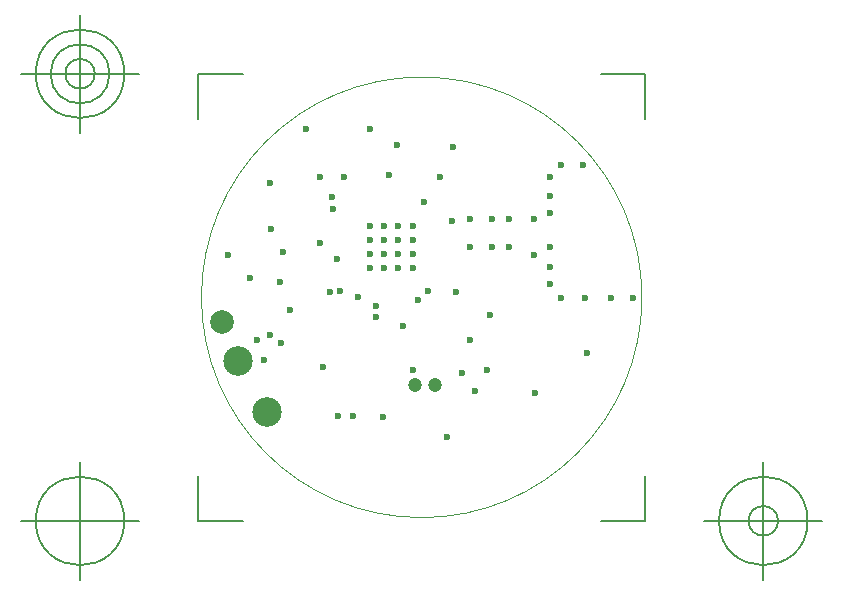
<source format=gbr>
G04 Generated by Ultiboard 13.0 *
%FSLAX34Y34*%
%MOMM*%

%ADD10C,0.0001*%
%ADD11C,0.1500*%
%ADD12C,0.0010*%
%ADD13C,0.6000*%
%ADD14C,2.5000*%
%ADD15C,2.0000*%
%ADD16C,1.2000*%


G04 ColorRGB 9900CC for the following layer *
%LNSolder Mask Bottom*%
%LPD*%
G54D10*
G54D11*
X221485Y403035D02*
X221485Y440888D01*
X221485Y403035D02*
X259338Y403035D01*
X600015Y403035D02*
X562162Y403035D01*
X600015Y403035D02*
X600015Y440888D01*
X600015Y781565D02*
X600015Y743712D01*
X600015Y781565D02*
X562162Y781565D01*
X221485Y781565D02*
X259338Y781565D01*
X221485Y781565D02*
X221485Y743712D01*
X171485Y403035D02*
X71485Y403035D01*
X121485Y353035D02*
X121485Y453035D01*
X83985Y403035D02*
G75*
D01*
G02X83985Y403035I37500J0*
G01*
X650015Y403035D02*
X750015Y403035D01*
X700015Y353035D02*
X700015Y453035D01*
X662515Y403035D02*
G75*
D01*
G02X662515Y403035I37500J0*
G01*
X687515Y403035D02*
G75*
D01*
G02X687515Y403035I12500J0*
G01*
X171485Y781565D02*
X71485Y781565D01*
X121485Y731565D02*
X121485Y831565D01*
X83985Y781565D02*
G75*
D01*
G02X83985Y781565I37500J0*
G01*
X96485Y781565D02*
G75*
D01*
G02X96485Y781565I25000J0*
G01*
X108985Y781565D02*
G75*
D01*
G02X108985Y781565I12500J0*
G01*
X221485Y403035D02*
X221485Y440888D01*
X221485Y403035D02*
X259338Y403035D01*
X600015Y403035D02*
X562162Y403035D01*
X600015Y403035D02*
X600015Y440888D01*
X600015Y781565D02*
X600015Y743712D01*
X600015Y781565D02*
X562162Y781565D01*
X221485Y781565D02*
X259338Y781565D01*
X221485Y781565D02*
X221485Y743712D01*
X171485Y403035D02*
X71485Y403035D01*
X121485Y353035D02*
X121485Y453035D01*
X83985Y403035D02*
G75*
D01*
G02X83985Y403035I37500J0*
G01*
X650015Y403035D02*
X750015Y403035D01*
X700015Y353035D02*
X700015Y453035D01*
X662515Y403035D02*
G75*
D01*
G02X662515Y403035I37500J0*
G01*
X687515Y403035D02*
G75*
D01*
G02X687515Y403035I12500J0*
G01*
X171485Y781565D02*
X71485Y781565D01*
X121485Y731565D02*
X121485Y831565D01*
X83985Y781565D02*
G75*
D01*
G02X83985Y781565I37500J0*
G01*
X96485Y781565D02*
G75*
D01*
G02X96485Y781565I25000J0*
G01*
X108985Y781565D02*
G75*
D01*
G02X108985Y781565I12500J0*
G01*
G54D12*
X224255Y592300D02*
G75*
D01*
G02X224255Y592300I186495J0*
G01*
G54D13*
X327000Y533000D03*
X444750Y528500D03*
X372000Y576000D03*
X357000Y593000D03*
X372000Y585000D03*
X416000Y597250D03*
X407500Y590000D03*
X440000Y597000D03*
X265750Y609000D03*
X291000Y605000D03*
X247000Y628000D03*
X292941Y630800D03*
X339000Y624800D03*
X325000Y638000D03*
X336000Y667000D03*
X412900Y672850D03*
X325000Y694000D03*
X345000Y694000D03*
X383000Y696000D03*
X426000Y694000D03*
X390000Y721000D03*
X437000Y720000D03*
X313000Y735000D03*
X367000Y735000D03*
X529000Y592000D03*
X549000Y592000D03*
X571000Y592000D03*
X590000Y592000D03*
X519000Y618000D03*
X519000Y604000D03*
X519000Y664000D03*
X519000Y694000D03*
X519000Y678000D03*
X529000Y704000D03*
X547000Y704000D03*
X551000Y545000D03*
X283000Y650000D03*
X282000Y689000D03*
X506000Y659000D03*
X470000Y659000D03*
X436000Y657000D03*
X452000Y635000D03*
X470000Y635000D03*
X485000Y635000D03*
X519000Y635000D03*
X506000Y628000D03*
X485000Y659000D03*
X335000Y677000D03*
X469000Y577000D03*
X403000Y531000D03*
X340000Y492000D03*
X378000Y491000D03*
X353000Y492000D03*
X507000Y511000D03*
X432000Y474000D03*
X452000Y556000D03*
X395000Y568000D03*
X456000Y513000D03*
X277000Y539000D03*
X342000Y598000D03*
X332800Y597000D03*
X465900Y531000D03*
X271000Y556000D03*
X291950Y553900D03*
X282000Y560000D03*
X452000Y659000D03*
X299100Y581800D03*
X379000Y653000D03*
X391000Y653000D03*
X367000Y653000D03*
X403000Y653000D03*
X367000Y641000D03*
X379000Y641000D03*
X391000Y641000D03*
X403000Y641000D03*
X367000Y629000D03*
X379000Y629000D03*
X391000Y629000D03*
X403000Y629000D03*
X367000Y617000D03*
X379000Y617000D03*
X391000Y617000D03*
X403000Y617000D03*
G54D14*
X255200Y538700D03*
X279500Y495200D03*
G54D15*
X242000Y571000D03*
G54D16*
X405300Y518000D03*
X421700Y518000D03*

M02*

</source>
